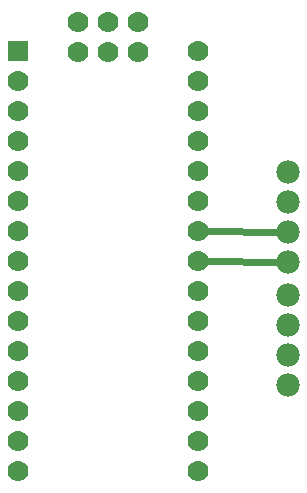
<source format=gbl>
G04 MADE WITH FRITZING*
G04 WWW.FRITZING.ORG*
G04 DOUBLE SIDED*
G04 HOLES PLATED*
G04 CONTOUR ON CENTER OF CONTOUR VECTOR*
%ASAXBY*%
%FSLAX23Y23*%
%MOIN*%
%OFA0B0*%
%SFA1.0B1.0*%
%ADD10C,0.070000*%
%ADD11C,0.078000*%
%ADD12R,0.069958X0.070000*%
%ADD13C,0.024000*%
%LNCOPPER0*%
G90*
G70*
G54D10*
X97Y1585D03*
X97Y1485D03*
X97Y1385D03*
X97Y1285D03*
X97Y1185D03*
X97Y1085D03*
X97Y985D03*
X97Y885D03*
X97Y785D03*
X97Y685D03*
X97Y585D03*
X97Y485D03*
X97Y385D03*
X97Y285D03*
X97Y185D03*
X697Y1585D03*
X697Y1485D03*
X697Y1385D03*
X697Y1285D03*
X697Y1185D03*
X697Y1085D03*
X697Y985D03*
X697Y885D03*
X697Y785D03*
X697Y685D03*
X697Y585D03*
X697Y485D03*
X697Y385D03*
X697Y285D03*
X697Y185D03*
X297Y1681D03*
X297Y1581D03*
X397Y1681D03*
X397Y1581D03*
X497Y1681D03*
X497Y1581D03*
G54D11*
X997Y1181D03*
X997Y1081D03*
X997Y981D03*
X997Y881D03*
X997Y1181D03*
X997Y1081D03*
X997Y981D03*
X997Y881D03*
X997Y472D03*
X997Y572D03*
X997Y672D03*
X997Y772D03*
G54D12*
X97Y1585D03*
G54D13*
X726Y985D02*
X967Y982D01*
D02*
X726Y885D02*
X967Y882D01*
G04 End of Copper0*
M02*
</source>
